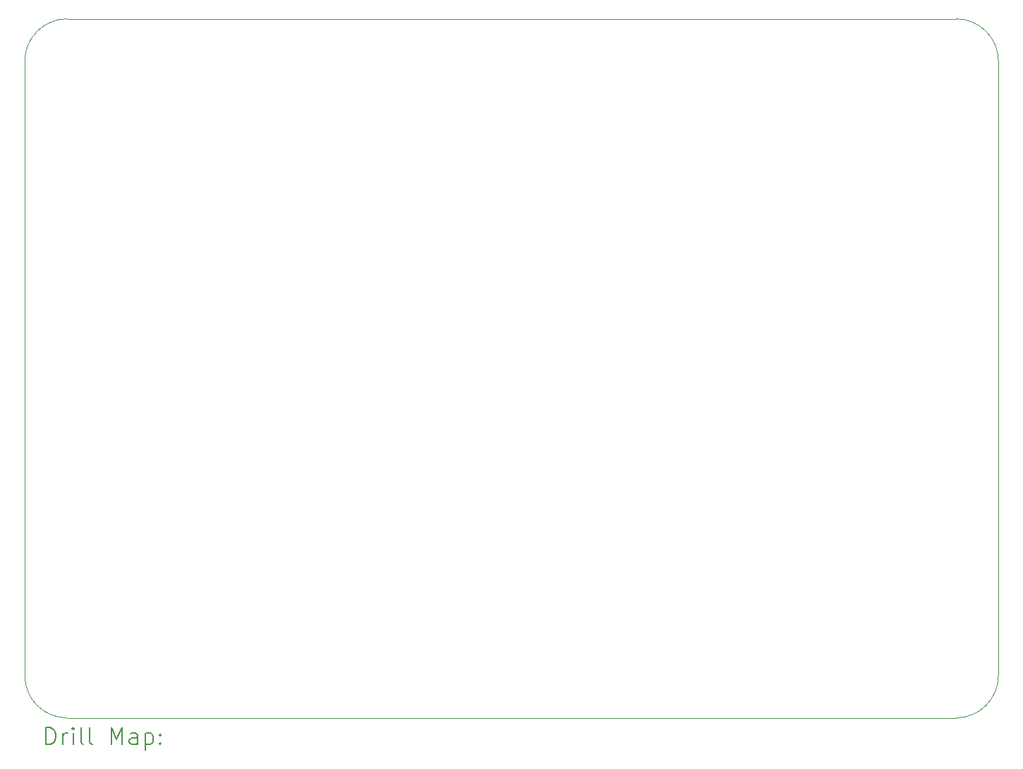
<source format=gbr>
%TF.GenerationSoftware,KiCad,Pcbnew,7.0.7*%
%TF.CreationDate,2024-06-02T12:30:38-04:00*%
%TF.ProjectId,Payload,5061796c-6f61-4642-9e6b-696361645f70,rev?*%
%TF.SameCoordinates,Original*%
%TF.FileFunction,Drillmap*%
%TF.FilePolarity,Positive*%
%FSLAX45Y45*%
G04 Gerber Fmt 4.5, Leading zero omitted, Abs format (unit mm)*
G04 Created by KiCad (PCBNEW 7.0.7) date 2024-06-02 12:30:38*
%MOMM*%
%LPD*%
G01*
G04 APERTURE LIST*
%ADD10C,0.100000*%
%ADD11C,0.200000*%
G04 APERTURE END LIST*
D10*
X6350000Y-3810000D02*
X17018000Y-3810000D01*
X5842000Y-11684000D02*
X5842000Y-4318000D01*
X17018000Y-12192000D02*
X6350000Y-12192000D01*
X17526000Y-4318000D02*
X17526000Y-11684000D01*
X6350000Y-3810000D02*
G75*
G03*
X5842000Y-4318000I0J-508000D01*
G01*
X5842000Y-11684000D02*
G75*
G03*
X6350000Y-12192000I508000J0D01*
G01*
X17018000Y-12192000D02*
G75*
G03*
X17526000Y-11684000I0J508000D01*
G01*
X17526000Y-4318000D02*
G75*
G03*
X17018000Y-3810000I-508000J0D01*
G01*
D11*
X6097777Y-12508484D02*
X6097777Y-12308484D01*
X6097777Y-12308484D02*
X6145396Y-12308484D01*
X6145396Y-12308484D02*
X6173967Y-12318008D01*
X6173967Y-12318008D02*
X6193015Y-12337055D01*
X6193015Y-12337055D02*
X6202539Y-12356103D01*
X6202539Y-12356103D02*
X6212062Y-12394198D01*
X6212062Y-12394198D02*
X6212062Y-12422769D01*
X6212062Y-12422769D02*
X6202539Y-12460865D01*
X6202539Y-12460865D02*
X6193015Y-12479912D01*
X6193015Y-12479912D02*
X6173967Y-12498960D01*
X6173967Y-12498960D02*
X6145396Y-12508484D01*
X6145396Y-12508484D02*
X6097777Y-12508484D01*
X6297777Y-12508484D02*
X6297777Y-12375150D01*
X6297777Y-12413246D02*
X6307301Y-12394198D01*
X6307301Y-12394198D02*
X6316824Y-12384674D01*
X6316824Y-12384674D02*
X6335872Y-12375150D01*
X6335872Y-12375150D02*
X6354920Y-12375150D01*
X6421586Y-12508484D02*
X6421586Y-12375150D01*
X6421586Y-12308484D02*
X6412062Y-12318008D01*
X6412062Y-12318008D02*
X6421586Y-12327531D01*
X6421586Y-12327531D02*
X6431110Y-12318008D01*
X6431110Y-12318008D02*
X6421586Y-12308484D01*
X6421586Y-12308484D02*
X6421586Y-12327531D01*
X6545396Y-12508484D02*
X6526348Y-12498960D01*
X6526348Y-12498960D02*
X6516824Y-12479912D01*
X6516824Y-12479912D02*
X6516824Y-12308484D01*
X6650158Y-12508484D02*
X6631110Y-12498960D01*
X6631110Y-12498960D02*
X6621586Y-12479912D01*
X6621586Y-12479912D02*
X6621586Y-12308484D01*
X6878729Y-12508484D02*
X6878729Y-12308484D01*
X6878729Y-12308484D02*
X6945396Y-12451341D01*
X6945396Y-12451341D02*
X7012062Y-12308484D01*
X7012062Y-12308484D02*
X7012062Y-12508484D01*
X7193015Y-12508484D02*
X7193015Y-12403722D01*
X7193015Y-12403722D02*
X7183491Y-12384674D01*
X7183491Y-12384674D02*
X7164443Y-12375150D01*
X7164443Y-12375150D02*
X7126348Y-12375150D01*
X7126348Y-12375150D02*
X7107301Y-12384674D01*
X7193015Y-12498960D02*
X7173967Y-12508484D01*
X7173967Y-12508484D02*
X7126348Y-12508484D01*
X7126348Y-12508484D02*
X7107301Y-12498960D01*
X7107301Y-12498960D02*
X7097777Y-12479912D01*
X7097777Y-12479912D02*
X7097777Y-12460865D01*
X7097777Y-12460865D02*
X7107301Y-12441817D01*
X7107301Y-12441817D02*
X7126348Y-12432293D01*
X7126348Y-12432293D02*
X7173967Y-12432293D01*
X7173967Y-12432293D02*
X7193015Y-12422769D01*
X7288253Y-12375150D02*
X7288253Y-12575150D01*
X7288253Y-12384674D02*
X7307301Y-12375150D01*
X7307301Y-12375150D02*
X7345396Y-12375150D01*
X7345396Y-12375150D02*
X7364443Y-12384674D01*
X7364443Y-12384674D02*
X7373967Y-12394198D01*
X7373967Y-12394198D02*
X7383491Y-12413246D01*
X7383491Y-12413246D02*
X7383491Y-12470388D01*
X7383491Y-12470388D02*
X7373967Y-12489436D01*
X7373967Y-12489436D02*
X7364443Y-12498960D01*
X7364443Y-12498960D02*
X7345396Y-12508484D01*
X7345396Y-12508484D02*
X7307301Y-12508484D01*
X7307301Y-12508484D02*
X7288253Y-12498960D01*
X7469205Y-12489436D02*
X7478729Y-12498960D01*
X7478729Y-12498960D02*
X7469205Y-12508484D01*
X7469205Y-12508484D02*
X7459682Y-12498960D01*
X7459682Y-12498960D02*
X7469205Y-12489436D01*
X7469205Y-12489436D02*
X7469205Y-12508484D01*
X7469205Y-12384674D02*
X7478729Y-12394198D01*
X7478729Y-12394198D02*
X7469205Y-12403722D01*
X7469205Y-12403722D02*
X7459682Y-12394198D01*
X7459682Y-12394198D02*
X7469205Y-12384674D01*
X7469205Y-12384674D02*
X7469205Y-12403722D01*
M02*

</source>
